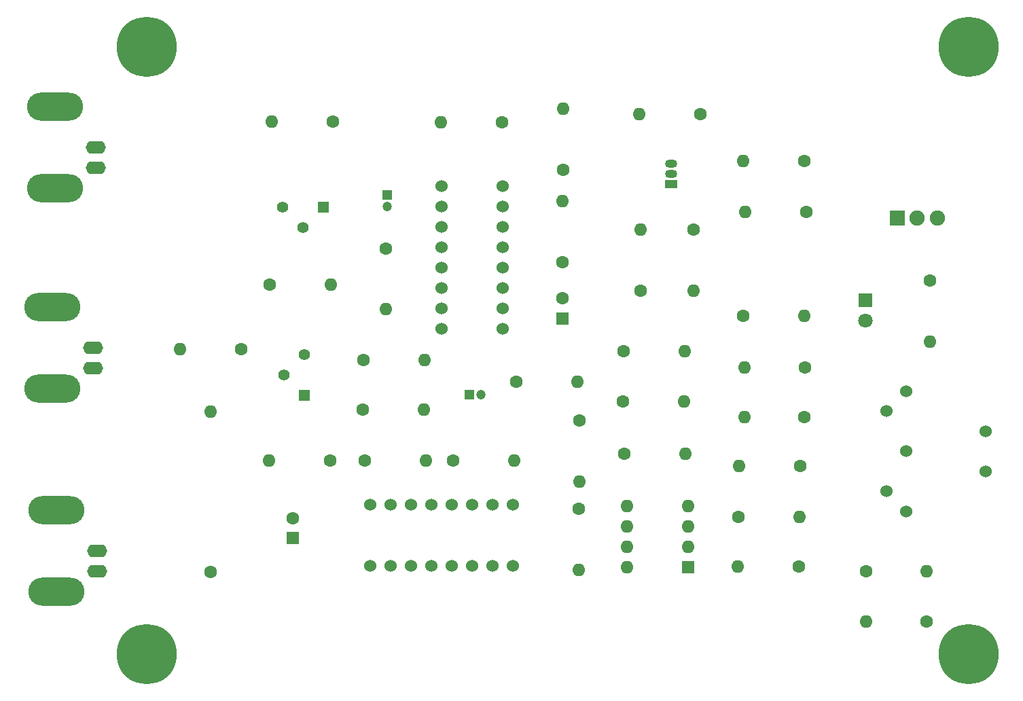
<source format=gbs>
%TF.GenerationSoftware,KiCad,Pcbnew,7.0.11-7.0.11~ubuntu22.04.1*%
%TF.CreationDate,2025-04-10T17:26:18+02:00*%
%TF.ProjectId,emulator-pcb,656d756c-6174-46f7-922d-7063622e6b69,v02*%
%TF.SameCoordinates,Original*%
%TF.FileFunction,Soldermask,Bot*%
%TF.FilePolarity,Negative*%
%FSLAX46Y46*%
G04 Gerber Fmt 4.6, Leading zero omitted, Abs format (unit mm)*
G04 Created by KiCad (PCBNEW 7.0.11-7.0.11~ubuntu22.04.1) date 2025-04-10 17:26:18*
%MOMM*%
%LPD*%
G01*
G04 APERTURE LIST*
%ADD10O,1.600000X1.600000*%
%ADD11C,1.600000*%
%ADD12R,1.400000X1.400000*%
%ADD13C,1.400000*%
%ADD14C,1.524000*%
%ADD15R,1.900000X1.900000*%
%ADD16C,1.900000*%
%ADD17O,2.500000X1.600000*%
%ADD18O,7.000000X3.500000*%
%ADD19R,1.800000X1.800000*%
%ADD20C,1.800000*%
%ADD21R,1.200000X1.200000*%
%ADD22C,1.200000*%
%ADD23R,1.600000X1.600000*%
%ADD24C,7.500000*%
%ADD25R,1.500000X1.050000*%
%ADD26O,1.500000X1.050000*%
G04 APERTURE END LIST*
D10*
%TO.C,C10*%
X187650000Y-140750000D03*
D11*
X195150000Y-140750000D03*
%TD*%
%TO.C,C9*%
X187650000Y-134500000D03*
D10*
X195150000Y-134500000D03*
%TD*%
D11*
%TO.C,R22*%
X179250000Y-133900000D03*
D10*
X171630000Y-133900000D03*
%TD*%
D12*
%TO.C,RV1*%
X117600000Y-112490000D03*
D13*
X115060000Y-109950000D03*
X117600000Y-107410000D03*
%TD*%
D14*
%TO.C,U3*%
X134700000Y-86420000D03*
X134700000Y-88960000D03*
X134700000Y-91500000D03*
X134700000Y-94040000D03*
X134700000Y-96580000D03*
X134700000Y-99120000D03*
X134700000Y-101660000D03*
X134700000Y-104200000D03*
X142320000Y-104200000D03*
X142320000Y-101660000D03*
X142320000Y-99120000D03*
X142320000Y-96580000D03*
X142320000Y-94040000D03*
X142320000Y-91500000D03*
X142320000Y-88960000D03*
X142320000Y-86420000D03*
%TD*%
D11*
%TO.C,R20*%
X149850000Y-84410000D03*
D10*
X149850000Y-76790000D03*
%TD*%
D15*
%TO.C,S1*%
X191500000Y-90400000D03*
D16*
X194000000Y-90400000D03*
X196500000Y-90400000D03*
%TD*%
D11*
%TO.C,R12*%
X166100000Y-91840000D03*
D10*
X166100000Y-99460000D03*
%TD*%
D17*
%TO.C,J3*%
X91650000Y-81600000D03*
D18*
X86570000Y-86680000D03*
D17*
X91650000Y-84140000D03*
D18*
X86570000Y-76520000D03*
%TD*%
D11*
%TO.C,C7*%
X179950000Y-115250000D03*
D10*
X172450000Y-115250000D03*
%TD*%
D11*
%TO.C,R21*%
X157480000Y-119850000D03*
D10*
X165100000Y-119850000D03*
%TD*%
D11*
%TO.C,R7*%
X151900000Y-115690000D03*
D10*
X151900000Y-123310000D03*
%TD*%
D11*
%TO.C,R1*%
X179400000Y-121350000D03*
D10*
X171780000Y-121350000D03*
%TD*%
D11*
%TO.C,C5*%
X127800000Y-94250000D03*
D10*
X127800000Y-101750000D03*
%TD*%
D11*
%TO.C,R10*%
X172340000Y-102650000D03*
D10*
X179960000Y-102650000D03*
%TD*%
D11*
%TO.C,R2*%
X143990000Y-110850000D03*
D10*
X151610000Y-110850000D03*
%TD*%
D11*
%TO.C,R23*%
X167010000Y-77500000D03*
D10*
X159390000Y-77500000D03*
%TD*%
D11*
%TO.C,R5*%
X157340000Y-113300000D03*
D10*
X164960000Y-113300000D03*
%TD*%
D11*
%TO.C,R17*%
X125130000Y-120700000D03*
D10*
X132750000Y-120700000D03*
%TD*%
D19*
%TO.C,D1*%
X187550000Y-100650000D03*
D20*
X187550000Y-103190000D03*
%TD*%
D11*
%TO.C,R25*%
X159500000Y-99510000D03*
D10*
X159500000Y-91890000D03*
%TD*%
D12*
%TO.C,RV2*%
X120013000Y-89069000D03*
D13*
X117473000Y-91609000D03*
X114933000Y-89069000D03*
%TD*%
D21*
%TO.C,C8*%
X138150000Y-112450000D03*
D22*
X139650000Y-112450000D03*
%TD*%
D11*
%TO.C,C1*%
X105900000Y-134550000D03*
D10*
X105900000Y-114550000D03*
%TD*%
D11*
%TO.C,R8*%
X121150000Y-78400000D03*
D10*
X113530000Y-78400000D03*
%TD*%
D11*
%TO.C,R24*%
X179900000Y-83350000D03*
D10*
X172280000Y-83350000D03*
%TD*%
D23*
%TO.C,C2*%
X116150000Y-130350000D03*
D11*
X116150000Y-127850000D03*
%TD*%
D14*
%TO.C,U2*%
X143620000Y-126150000D03*
X141080000Y-126150000D03*
X138540000Y-126150000D03*
X136000000Y-126150000D03*
X133460000Y-126150000D03*
X130920000Y-126150000D03*
X128380000Y-126150000D03*
X125840000Y-126150000D03*
X125840000Y-133770000D03*
X128380000Y-133770000D03*
X130920000Y-133770000D03*
X133460000Y-133770000D03*
X136000000Y-133770000D03*
X138540000Y-133770000D03*
X141080000Y-133770000D03*
X143620000Y-133770000D03*
%TD*%
D11*
%TO.C,R4*%
X109760000Y-106800000D03*
D10*
X102140000Y-106800000D03*
%TD*%
D11*
%TO.C,R27*%
X195600000Y-98190000D03*
D10*
X195600000Y-105810000D03*
%TD*%
D11*
%TO.C,C3*%
X180000000Y-109050000D03*
D10*
X172500000Y-109050000D03*
%TD*%
D11*
%TO.C,R26*%
X180160000Y-89700000D03*
D10*
X172540000Y-89700000D03*
%TD*%
D17*
%TO.C,J2*%
X91830000Y-131930000D03*
D18*
X86750000Y-137010000D03*
D17*
X91830000Y-134470000D03*
D18*
X86750000Y-126850000D03*
%TD*%
D24*
%TO.C,Mount3*%
X200450000Y-144800000D03*
%TD*%
D11*
%TO.C,R19*%
X149800000Y-95970000D03*
D10*
X149800000Y-88350000D03*
%TD*%
D21*
%TO.C,C4*%
X127950000Y-87527401D03*
D22*
X127950000Y-89027401D03*
%TD*%
D24*
%TO.C,Mount1*%
X98000000Y-69100000D03*
%TD*%
D11*
%TO.C,R9*%
X151850000Y-126640000D03*
D10*
X151850000Y-134260000D03*
%TD*%
D11*
%TO.C,R16*%
X113330000Y-98700000D03*
D10*
X120950000Y-98700000D03*
%TD*%
D17*
%TO.C,J1*%
X91300000Y-106600000D03*
D18*
X86220000Y-111680000D03*
D17*
X91300000Y-109140000D03*
D18*
X86220000Y-101520000D03*
%TD*%
D11*
%TO.C,R13*%
X171690000Y-127650000D03*
D10*
X179310000Y-127650000D03*
%TD*%
D11*
%TO.C,R3*%
X124880000Y-114350000D03*
D10*
X132500000Y-114350000D03*
%TD*%
D23*
%TO.C,U1*%
X165450000Y-133950000D03*
D10*
X165450000Y-131410000D03*
X165450000Y-128870000D03*
X165450000Y-126330000D03*
X157830000Y-126330000D03*
X157830000Y-128870000D03*
X157830000Y-131410000D03*
X157830000Y-133950000D03*
%TD*%
D25*
%TO.C,Q1*%
X163300000Y-86240000D03*
D26*
X163300000Y-84970000D03*
X163300000Y-83700000D03*
%TD*%
D24*
%TO.C,Mount2*%
X200450000Y-69100000D03*
%TD*%
D11*
%TO.C,R6*%
X142210000Y-78500000D03*
D10*
X134590000Y-78500000D03*
%TD*%
D11*
%TO.C,R15*%
X124940000Y-108100000D03*
D10*
X132560000Y-108100000D03*
%TD*%
D11*
%TO.C,R14*%
X157380000Y-107000000D03*
D10*
X165000000Y-107000000D03*
%TD*%
D14*
%TO.C,J4*%
X202550000Y-117000000D03*
X202550000Y-122000000D03*
X192649994Y-111999990D03*
X192649994Y-119500000D03*
X192649994Y-127000010D03*
X190149994Y-114500010D03*
X190149994Y-124499990D03*
%TD*%
D11*
%TO.C,R11*%
X120800000Y-120700000D03*
D10*
X113180000Y-120700000D03*
%TD*%
D11*
%TO.C,R18*%
X136140000Y-120700000D03*
D10*
X143760000Y-120700000D03*
%TD*%
D23*
%TO.C,C6*%
X149800000Y-102960000D03*
D11*
X149800000Y-100460000D03*
%TD*%
D24*
%TO.C,Mount4*%
X98000000Y-144800000D03*
%TD*%
M02*

</source>
